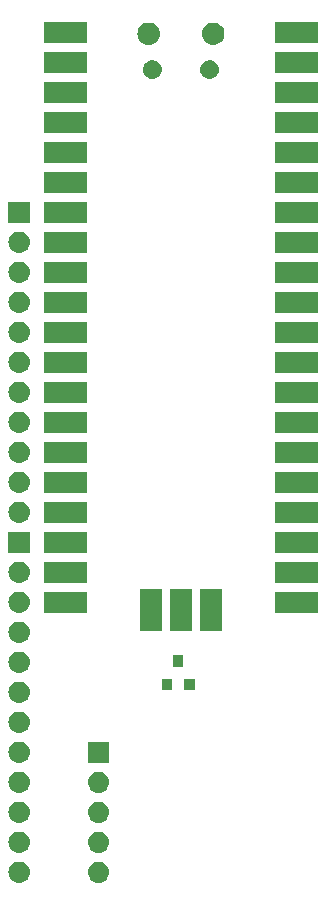
<source format=gbr>
G04 #@! TF.GenerationSoftware,KiCad,Pcbnew,(5.1.4-0-10_14)*
G04 #@! TF.CreationDate,2021-03-06T18:41:09+00:00*
G04 #@! TF.ProjectId,DriverBoard,44726976-6572-4426-9f61-72642e6b6963,rev?*
G04 #@! TF.SameCoordinates,Original*
G04 #@! TF.FileFunction,Soldermask,Top*
G04 #@! TF.FilePolarity,Negative*
%FSLAX46Y46*%
G04 Gerber Fmt 4.6, Leading zero omitted, Abs format (unit mm)*
G04 Created by KiCad (PCBNEW (5.1.4-0-10_14)) date 2021-03-06 18:41:09*
%MOMM*%
%LPD*%
G04 APERTURE LIST*
%ADD10C,0.100000*%
G04 APERTURE END LIST*
D10*
G36*
X59419442Y-94355518D02*
G01*
X59485627Y-94362037D01*
X59655466Y-94413557D01*
X59811991Y-94497222D01*
X59847729Y-94526552D01*
X59949186Y-94609814D01*
X60032448Y-94711271D01*
X60061778Y-94747009D01*
X60145443Y-94903534D01*
X60196963Y-95073373D01*
X60214359Y-95250000D01*
X60196963Y-95426627D01*
X60145443Y-95596466D01*
X60061778Y-95752991D01*
X60032448Y-95788729D01*
X59949186Y-95890186D01*
X59847729Y-95973448D01*
X59811991Y-96002778D01*
X59655466Y-96086443D01*
X59485627Y-96137963D01*
X59419442Y-96144482D01*
X59353260Y-96151000D01*
X59264740Y-96151000D01*
X59198558Y-96144482D01*
X59132373Y-96137963D01*
X58962534Y-96086443D01*
X58806009Y-96002778D01*
X58770271Y-95973448D01*
X58668814Y-95890186D01*
X58585552Y-95788729D01*
X58556222Y-95752991D01*
X58472557Y-95596466D01*
X58421037Y-95426627D01*
X58403641Y-95250000D01*
X58421037Y-95073373D01*
X58472557Y-94903534D01*
X58556222Y-94747009D01*
X58585552Y-94711271D01*
X58668814Y-94609814D01*
X58770271Y-94526552D01*
X58806009Y-94497222D01*
X58962534Y-94413557D01*
X59132373Y-94362037D01*
X59198558Y-94355518D01*
X59264740Y-94349000D01*
X59353260Y-94349000D01*
X59419442Y-94355518D01*
X59419442Y-94355518D01*
G37*
G36*
X52688442Y-94355518D02*
G01*
X52754627Y-94362037D01*
X52924466Y-94413557D01*
X53080991Y-94497222D01*
X53116729Y-94526552D01*
X53218186Y-94609814D01*
X53301448Y-94711271D01*
X53330778Y-94747009D01*
X53414443Y-94903534D01*
X53465963Y-95073373D01*
X53483359Y-95250000D01*
X53465963Y-95426627D01*
X53414443Y-95596466D01*
X53330778Y-95752991D01*
X53301448Y-95788729D01*
X53218186Y-95890186D01*
X53116729Y-95973448D01*
X53080991Y-96002778D01*
X52924466Y-96086443D01*
X52754627Y-96137963D01*
X52688442Y-96144482D01*
X52622260Y-96151000D01*
X52533740Y-96151000D01*
X52467558Y-96144482D01*
X52401373Y-96137963D01*
X52231534Y-96086443D01*
X52075009Y-96002778D01*
X52039271Y-95973448D01*
X51937814Y-95890186D01*
X51854552Y-95788729D01*
X51825222Y-95752991D01*
X51741557Y-95596466D01*
X51690037Y-95426627D01*
X51672641Y-95250000D01*
X51690037Y-95073373D01*
X51741557Y-94903534D01*
X51825222Y-94747009D01*
X51854552Y-94711271D01*
X51937814Y-94609814D01*
X52039271Y-94526552D01*
X52075009Y-94497222D01*
X52231534Y-94413557D01*
X52401373Y-94362037D01*
X52467558Y-94355518D01*
X52533740Y-94349000D01*
X52622260Y-94349000D01*
X52688442Y-94355518D01*
X52688442Y-94355518D01*
G37*
G36*
X59419442Y-91815518D02*
G01*
X59485627Y-91822037D01*
X59655466Y-91873557D01*
X59811991Y-91957222D01*
X59847729Y-91986552D01*
X59949186Y-92069814D01*
X60032448Y-92171271D01*
X60061778Y-92207009D01*
X60145443Y-92363534D01*
X60196963Y-92533373D01*
X60214359Y-92710000D01*
X60196963Y-92886627D01*
X60145443Y-93056466D01*
X60061778Y-93212991D01*
X60032448Y-93248729D01*
X59949186Y-93350186D01*
X59847729Y-93433448D01*
X59811991Y-93462778D01*
X59655466Y-93546443D01*
X59485627Y-93597963D01*
X59419443Y-93604481D01*
X59353260Y-93611000D01*
X59264740Y-93611000D01*
X59198557Y-93604481D01*
X59132373Y-93597963D01*
X58962534Y-93546443D01*
X58806009Y-93462778D01*
X58770271Y-93433448D01*
X58668814Y-93350186D01*
X58585552Y-93248729D01*
X58556222Y-93212991D01*
X58472557Y-93056466D01*
X58421037Y-92886627D01*
X58403641Y-92710000D01*
X58421037Y-92533373D01*
X58472557Y-92363534D01*
X58556222Y-92207009D01*
X58585552Y-92171271D01*
X58668814Y-92069814D01*
X58770271Y-91986552D01*
X58806009Y-91957222D01*
X58962534Y-91873557D01*
X59132373Y-91822037D01*
X59198558Y-91815518D01*
X59264740Y-91809000D01*
X59353260Y-91809000D01*
X59419442Y-91815518D01*
X59419442Y-91815518D01*
G37*
G36*
X52688442Y-91815518D02*
G01*
X52754627Y-91822037D01*
X52924466Y-91873557D01*
X53080991Y-91957222D01*
X53116729Y-91986552D01*
X53218186Y-92069814D01*
X53301448Y-92171271D01*
X53330778Y-92207009D01*
X53414443Y-92363534D01*
X53465963Y-92533373D01*
X53483359Y-92710000D01*
X53465963Y-92886627D01*
X53414443Y-93056466D01*
X53330778Y-93212991D01*
X53301448Y-93248729D01*
X53218186Y-93350186D01*
X53116729Y-93433448D01*
X53080991Y-93462778D01*
X52924466Y-93546443D01*
X52754627Y-93597963D01*
X52688443Y-93604481D01*
X52622260Y-93611000D01*
X52533740Y-93611000D01*
X52467557Y-93604481D01*
X52401373Y-93597963D01*
X52231534Y-93546443D01*
X52075009Y-93462778D01*
X52039271Y-93433448D01*
X51937814Y-93350186D01*
X51854552Y-93248729D01*
X51825222Y-93212991D01*
X51741557Y-93056466D01*
X51690037Y-92886627D01*
X51672641Y-92710000D01*
X51690037Y-92533373D01*
X51741557Y-92363534D01*
X51825222Y-92207009D01*
X51854552Y-92171271D01*
X51937814Y-92069814D01*
X52039271Y-91986552D01*
X52075009Y-91957222D01*
X52231534Y-91873557D01*
X52401373Y-91822037D01*
X52467558Y-91815518D01*
X52533740Y-91809000D01*
X52622260Y-91809000D01*
X52688442Y-91815518D01*
X52688442Y-91815518D01*
G37*
G36*
X59419443Y-89275519D02*
G01*
X59485627Y-89282037D01*
X59655466Y-89333557D01*
X59811991Y-89417222D01*
X59847729Y-89446552D01*
X59949186Y-89529814D01*
X60032448Y-89631271D01*
X60061778Y-89667009D01*
X60145443Y-89823534D01*
X60196963Y-89993373D01*
X60214359Y-90170000D01*
X60196963Y-90346627D01*
X60145443Y-90516466D01*
X60061778Y-90672991D01*
X60032448Y-90708729D01*
X59949186Y-90810186D01*
X59847729Y-90893448D01*
X59811991Y-90922778D01*
X59655466Y-91006443D01*
X59485627Y-91057963D01*
X59419442Y-91064482D01*
X59353260Y-91071000D01*
X59264740Y-91071000D01*
X59198558Y-91064482D01*
X59132373Y-91057963D01*
X58962534Y-91006443D01*
X58806009Y-90922778D01*
X58770271Y-90893448D01*
X58668814Y-90810186D01*
X58585552Y-90708729D01*
X58556222Y-90672991D01*
X58472557Y-90516466D01*
X58421037Y-90346627D01*
X58403641Y-90170000D01*
X58421037Y-89993373D01*
X58472557Y-89823534D01*
X58556222Y-89667009D01*
X58585552Y-89631271D01*
X58668814Y-89529814D01*
X58770271Y-89446552D01*
X58806009Y-89417222D01*
X58962534Y-89333557D01*
X59132373Y-89282037D01*
X59198557Y-89275519D01*
X59264740Y-89269000D01*
X59353260Y-89269000D01*
X59419443Y-89275519D01*
X59419443Y-89275519D01*
G37*
G36*
X52688443Y-89275519D02*
G01*
X52754627Y-89282037D01*
X52924466Y-89333557D01*
X53080991Y-89417222D01*
X53116729Y-89446552D01*
X53218186Y-89529814D01*
X53301448Y-89631271D01*
X53330778Y-89667009D01*
X53414443Y-89823534D01*
X53465963Y-89993373D01*
X53483359Y-90170000D01*
X53465963Y-90346627D01*
X53414443Y-90516466D01*
X53330778Y-90672991D01*
X53301448Y-90708729D01*
X53218186Y-90810186D01*
X53116729Y-90893448D01*
X53080991Y-90922778D01*
X52924466Y-91006443D01*
X52754627Y-91057963D01*
X52688442Y-91064482D01*
X52622260Y-91071000D01*
X52533740Y-91071000D01*
X52467558Y-91064482D01*
X52401373Y-91057963D01*
X52231534Y-91006443D01*
X52075009Y-90922778D01*
X52039271Y-90893448D01*
X51937814Y-90810186D01*
X51854552Y-90708729D01*
X51825222Y-90672991D01*
X51741557Y-90516466D01*
X51690037Y-90346627D01*
X51672641Y-90170000D01*
X51690037Y-89993373D01*
X51741557Y-89823534D01*
X51825222Y-89667009D01*
X51854552Y-89631271D01*
X51937814Y-89529814D01*
X52039271Y-89446552D01*
X52075009Y-89417222D01*
X52231534Y-89333557D01*
X52401373Y-89282037D01*
X52467557Y-89275519D01*
X52533740Y-89269000D01*
X52622260Y-89269000D01*
X52688443Y-89275519D01*
X52688443Y-89275519D01*
G37*
G36*
X59419442Y-86735518D02*
G01*
X59485627Y-86742037D01*
X59655466Y-86793557D01*
X59811991Y-86877222D01*
X59847729Y-86906552D01*
X59949186Y-86989814D01*
X60032448Y-87091271D01*
X60061778Y-87127009D01*
X60145443Y-87283534D01*
X60196963Y-87453373D01*
X60214359Y-87630000D01*
X60196963Y-87806627D01*
X60145443Y-87976466D01*
X60061778Y-88132991D01*
X60032448Y-88168729D01*
X59949186Y-88270186D01*
X59847729Y-88353448D01*
X59811991Y-88382778D01*
X59655466Y-88466443D01*
X59485627Y-88517963D01*
X59419442Y-88524482D01*
X59353260Y-88531000D01*
X59264740Y-88531000D01*
X59198558Y-88524482D01*
X59132373Y-88517963D01*
X58962534Y-88466443D01*
X58806009Y-88382778D01*
X58770271Y-88353448D01*
X58668814Y-88270186D01*
X58585552Y-88168729D01*
X58556222Y-88132991D01*
X58472557Y-87976466D01*
X58421037Y-87806627D01*
X58403641Y-87630000D01*
X58421037Y-87453373D01*
X58472557Y-87283534D01*
X58556222Y-87127009D01*
X58585552Y-87091271D01*
X58668814Y-86989814D01*
X58770271Y-86906552D01*
X58806009Y-86877222D01*
X58962534Y-86793557D01*
X59132373Y-86742037D01*
X59198558Y-86735518D01*
X59264740Y-86729000D01*
X59353260Y-86729000D01*
X59419442Y-86735518D01*
X59419442Y-86735518D01*
G37*
G36*
X52688442Y-86735518D02*
G01*
X52754627Y-86742037D01*
X52924466Y-86793557D01*
X53080991Y-86877222D01*
X53116729Y-86906552D01*
X53218186Y-86989814D01*
X53301448Y-87091271D01*
X53330778Y-87127009D01*
X53414443Y-87283534D01*
X53465963Y-87453373D01*
X53483359Y-87630000D01*
X53465963Y-87806627D01*
X53414443Y-87976466D01*
X53330778Y-88132991D01*
X53301448Y-88168729D01*
X53218186Y-88270186D01*
X53116729Y-88353448D01*
X53080991Y-88382778D01*
X52924466Y-88466443D01*
X52754627Y-88517963D01*
X52688442Y-88524482D01*
X52622260Y-88531000D01*
X52533740Y-88531000D01*
X52467558Y-88524482D01*
X52401373Y-88517963D01*
X52231534Y-88466443D01*
X52075009Y-88382778D01*
X52039271Y-88353448D01*
X51937814Y-88270186D01*
X51854552Y-88168729D01*
X51825222Y-88132991D01*
X51741557Y-87976466D01*
X51690037Y-87806627D01*
X51672641Y-87630000D01*
X51690037Y-87453373D01*
X51741557Y-87283534D01*
X51825222Y-87127009D01*
X51854552Y-87091271D01*
X51937814Y-86989814D01*
X52039271Y-86906552D01*
X52075009Y-86877222D01*
X52231534Y-86793557D01*
X52401373Y-86742037D01*
X52467558Y-86735518D01*
X52533740Y-86729000D01*
X52622260Y-86729000D01*
X52688442Y-86735518D01*
X52688442Y-86735518D01*
G37*
G36*
X60210000Y-85991000D02*
G01*
X58408000Y-85991000D01*
X58408000Y-84189000D01*
X60210000Y-84189000D01*
X60210000Y-85991000D01*
X60210000Y-85991000D01*
G37*
G36*
X52688442Y-84195518D02*
G01*
X52754627Y-84202037D01*
X52924466Y-84253557D01*
X53080991Y-84337222D01*
X53116729Y-84366552D01*
X53218186Y-84449814D01*
X53301448Y-84551271D01*
X53330778Y-84587009D01*
X53414443Y-84743534D01*
X53465963Y-84913373D01*
X53483359Y-85090000D01*
X53465963Y-85266627D01*
X53414443Y-85436466D01*
X53330778Y-85592991D01*
X53301448Y-85628729D01*
X53218186Y-85730186D01*
X53116729Y-85813448D01*
X53080991Y-85842778D01*
X52924466Y-85926443D01*
X52754627Y-85977963D01*
X52688442Y-85984482D01*
X52622260Y-85991000D01*
X52533740Y-85991000D01*
X52467558Y-85984482D01*
X52401373Y-85977963D01*
X52231534Y-85926443D01*
X52075009Y-85842778D01*
X52039271Y-85813448D01*
X51937814Y-85730186D01*
X51854552Y-85628729D01*
X51825222Y-85592991D01*
X51741557Y-85436466D01*
X51690037Y-85266627D01*
X51672641Y-85090000D01*
X51690037Y-84913373D01*
X51741557Y-84743534D01*
X51825222Y-84587009D01*
X51854552Y-84551271D01*
X51937814Y-84449814D01*
X52039271Y-84366552D01*
X52075009Y-84337222D01*
X52231534Y-84253557D01*
X52401373Y-84202037D01*
X52467558Y-84195518D01*
X52533740Y-84189000D01*
X52622260Y-84189000D01*
X52688442Y-84195518D01*
X52688442Y-84195518D01*
G37*
G36*
X52688443Y-81655519D02*
G01*
X52754627Y-81662037D01*
X52924466Y-81713557D01*
X53080991Y-81797222D01*
X53116729Y-81826552D01*
X53218186Y-81909814D01*
X53301448Y-82011271D01*
X53330778Y-82047009D01*
X53414443Y-82203534D01*
X53465963Y-82373373D01*
X53483359Y-82550000D01*
X53465963Y-82726627D01*
X53414443Y-82896466D01*
X53330778Y-83052991D01*
X53301448Y-83088729D01*
X53218186Y-83190186D01*
X53116729Y-83273448D01*
X53080991Y-83302778D01*
X52924466Y-83386443D01*
X52754627Y-83437963D01*
X52688443Y-83444481D01*
X52622260Y-83451000D01*
X52533740Y-83451000D01*
X52467557Y-83444481D01*
X52401373Y-83437963D01*
X52231534Y-83386443D01*
X52075009Y-83302778D01*
X52039271Y-83273448D01*
X51937814Y-83190186D01*
X51854552Y-83088729D01*
X51825222Y-83052991D01*
X51741557Y-82896466D01*
X51690037Y-82726627D01*
X51672641Y-82550000D01*
X51690037Y-82373373D01*
X51741557Y-82203534D01*
X51825222Y-82047009D01*
X51854552Y-82011271D01*
X51937814Y-81909814D01*
X52039271Y-81826552D01*
X52075009Y-81797222D01*
X52231534Y-81713557D01*
X52401373Y-81662037D01*
X52467557Y-81655519D01*
X52533740Y-81649000D01*
X52622260Y-81649000D01*
X52688443Y-81655519D01*
X52688443Y-81655519D01*
G37*
G36*
X52688443Y-79115519D02*
G01*
X52754627Y-79122037D01*
X52924466Y-79173557D01*
X53080991Y-79257222D01*
X53116729Y-79286552D01*
X53218186Y-79369814D01*
X53301448Y-79471271D01*
X53330778Y-79507009D01*
X53414443Y-79663534D01*
X53465963Y-79833373D01*
X53483359Y-80010000D01*
X53465963Y-80186627D01*
X53414443Y-80356466D01*
X53330778Y-80512991D01*
X53301448Y-80548729D01*
X53218186Y-80650186D01*
X53116729Y-80733448D01*
X53080991Y-80762778D01*
X52924466Y-80846443D01*
X52754627Y-80897963D01*
X52688442Y-80904482D01*
X52622260Y-80911000D01*
X52533740Y-80911000D01*
X52467558Y-80904482D01*
X52401373Y-80897963D01*
X52231534Y-80846443D01*
X52075009Y-80762778D01*
X52039271Y-80733448D01*
X51937814Y-80650186D01*
X51854552Y-80548729D01*
X51825222Y-80512991D01*
X51741557Y-80356466D01*
X51690037Y-80186627D01*
X51672641Y-80010000D01*
X51690037Y-79833373D01*
X51741557Y-79663534D01*
X51825222Y-79507009D01*
X51854552Y-79471271D01*
X51937814Y-79369814D01*
X52039271Y-79286552D01*
X52075009Y-79257222D01*
X52231534Y-79173557D01*
X52401373Y-79122037D01*
X52467557Y-79115519D01*
X52533740Y-79109000D01*
X52622260Y-79109000D01*
X52688443Y-79115519D01*
X52688443Y-79115519D01*
G37*
G36*
X65541000Y-79860000D02*
G01*
X64639000Y-79860000D01*
X64639000Y-78858000D01*
X65541000Y-78858000D01*
X65541000Y-79860000D01*
X65541000Y-79860000D01*
G37*
G36*
X67441000Y-79860000D02*
G01*
X66539000Y-79860000D01*
X66539000Y-78858000D01*
X67441000Y-78858000D01*
X67441000Y-79860000D01*
X67441000Y-79860000D01*
G37*
G36*
X52688443Y-76575519D02*
G01*
X52754627Y-76582037D01*
X52924466Y-76633557D01*
X53080991Y-76717222D01*
X53116729Y-76746552D01*
X53218186Y-76829814D01*
X53301448Y-76931271D01*
X53330778Y-76967009D01*
X53414443Y-77123534D01*
X53465963Y-77293373D01*
X53483359Y-77470000D01*
X53465963Y-77646627D01*
X53414443Y-77816466D01*
X53330778Y-77972991D01*
X53301448Y-78008729D01*
X53218186Y-78110186D01*
X53116729Y-78193448D01*
X53080991Y-78222778D01*
X52924466Y-78306443D01*
X52754627Y-78357963D01*
X52688443Y-78364481D01*
X52622260Y-78371000D01*
X52533740Y-78371000D01*
X52467557Y-78364481D01*
X52401373Y-78357963D01*
X52231534Y-78306443D01*
X52075009Y-78222778D01*
X52039271Y-78193448D01*
X51937814Y-78110186D01*
X51854552Y-78008729D01*
X51825222Y-77972991D01*
X51741557Y-77816466D01*
X51690037Y-77646627D01*
X51672641Y-77470000D01*
X51690037Y-77293373D01*
X51741557Y-77123534D01*
X51825222Y-76967009D01*
X51854552Y-76931271D01*
X51937814Y-76829814D01*
X52039271Y-76746552D01*
X52075009Y-76717222D01*
X52231534Y-76633557D01*
X52401373Y-76582037D01*
X52467557Y-76575519D01*
X52533740Y-76569000D01*
X52622260Y-76569000D01*
X52688443Y-76575519D01*
X52688443Y-76575519D01*
G37*
G36*
X66491000Y-77860000D02*
G01*
X65589000Y-77860000D01*
X65589000Y-76858000D01*
X66491000Y-76858000D01*
X66491000Y-77860000D01*
X66491000Y-77860000D01*
G37*
G36*
X52688442Y-74035518D02*
G01*
X52754627Y-74042037D01*
X52924466Y-74093557D01*
X53080991Y-74177222D01*
X53116729Y-74206552D01*
X53218186Y-74289814D01*
X53301448Y-74391271D01*
X53330778Y-74427009D01*
X53414443Y-74583534D01*
X53465963Y-74753373D01*
X53483359Y-74930000D01*
X53465963Y-75106627D01*
X53414443Y-75276466D01*
X53330778Y-75432991D01*
X53301448Y-75468729D01*
X53218186Y-75570186D01*
X53116729Y-75653448D01*
X53080991Y-75682778D01*
X52924466Y-75766443D01*
X52754627Y-75817963D01*
X52688442Y-75824482D01*
X52622260Y-75831000D01*
X52533740Y-75831000D01*
X52467558Y-75824482D01*
X52401373Y-75817963D01*
X52231534Y-75766443D01*
X52075009Y-75682778D01*
X52039271Y-75653448D01*
X51937814Y-75570186D01*
X51854552Y-75468729D01*
X51825222Y-75432991D01*
X51741557Y-75276466D01*
X51690037Y-75106627D01*
X51672641Y-74930000D01*
X51690037Y-74753373D01*
X51741557Y-74583534D01*
X51825222Y-74427009D01*
X51854552Y-74391271D01*
X51937814Y-74289814D01*
X52039271Y-74206552D01*
X52075009Y-74177222D01*
X52231534Y-74093557D01*
X52401373Y-74042037D01*
X52467558Y-74035518D01*
X52533740Y-74029000D01*
X52622260Y-74029000D01*
X52688442Y-74035518D01*
X52688442Y-74035518D01*
G37*
G36*
X69724840Y-72109600D02*
G01*
X69725442Y-72121852D01*
X69729199Y-72160000D01*
X69725442Y-72198148D01*
X69724840Y-72210400D01*
X69724840Y-74861000D01*
X67922840Y-74861000D01*
X67922840Y-72210400D01*
X67922238Y-72198148D01*
X67918481Y-72160000D01*
X67922238Y-72121852D01*
X67922840Y-72109600D01*
X67922840Y-71259000D01*
X69724840Y-71259000D01*
X69724840Y-72109600D01*
X69724840Y-72109600D01*
G37*
G36*
X64644840Y-72109600D02*
G01*
X64645442Y-72121852D01*
X64649199Y-72160000D01*
X64645442Y-72198148D01*
X64644840Y-72210400D01*
X64644840Y-74861000D01*
X62842840Y-74861000D01*
X62842840Y-72210400D01*
X62842238Y-72198148D01*
X62838481Y-72160000D01*
X62842238Y-72121852D01*
X62842840Y-72109600D01*
X62842840Y-71259000D01*
X64644840Y-71259000D01*
X64644840Y-72109600D01*
X64644840Y-72109600D01*
G37*
G36*
X67184840Y-74861000D02*
G01*
X65382840Y-74861000D01*
X65382840Y-71259000D01*
X67184840Y-71259000D01*
X67184840Y-74861000D01*
X67184840Y-74861000D01*
G37*
G36*
X52688443Y-71495519D02*
G01*
X52754627Y-71502037D01*
X52924466Y-71553557D01*
X53080991Y-71637222D01*
X53105101Y-71657009D01*
X53218186Y-71749814D01*
X53301448Y-71851271D01*
X53330778Y-71887009D01*
X53414443Y-72043534D01*
X53465963Y-72213373D01*
X53483359Y-72390000D01*
X53465963Y-72566627D01*
X53414443Y-72736466D01*
X53330778Y-72892991D01*
X53314539Y-72912778D01*
X53218186Y-73030186D01*
X53116729Y-73113448D01*
X53080991Y-73142778D01*
X52924466Y-73226443D01*
X52754627Y-73277963D01*
X52688443Y-73284481D01*
X52622260Y-73291000D01*
X52533740Y-73291000D01*
X52467557Y-73284481D01*
X52401373Y-73277963D01*
X52231534Y-73226443D01*
X52075009Y-73142778D01*
X52039271Y-73113448D01*
X51937814Y-73030186D01*
X51841461Y-72912778D01*
X51825222Y-72892991D01*
X51741557Y-72736466D01*
X51690037Y-72566627D01*
X51672641Y-72390000D01*
X51690037Y-72213373D01*
X51741557Y-72043534D01*
X51825222Y-71887009D01*
X51854552Y-71851271D01*
X51937814Y-71749814D01*
X52050899Y-71657009D01*
X52075009Y-71637222D01*
X52231534Y-71553557D01*
X52401373Y-71502037D01*
X52467557Y-71495519D01*
X52533740Y-71489000D01*
X52622260Y-71489000D01*
X52688443Y-71495519D01*
X52688443Y-71495519D01*
G37*
G36*
X58294840Y-72339600D02*
G01*
X58295442Y-72351852D01*
X58299199Y-72390000D01*
X58295442Y-72428148D01*
X58294840Y-72440400D01*
X58294840Y-73291000D01*
X54692840Y-73291000D01*
X54692840Y-71489000D01*
X58294840Y-71489000D01*
X58294840Y-72339600D01*
X58294840Y-72339600D01*
G37*
G36*
X77874840Y-73291000D02*
G01*
X74272840Y-73291000D01*
X74272840Y-72440400D01*
X74272238Y-72428148D01*
X74268481Y-72390000D01*
X74272238Y-72351852D01*
X74272840Y-72339600D01*
X74272840Y-71489000D01*
X77874840Y-71489000D01*
X77874840Y-73291000D01*
X77874840Y-73291000D01*
G37*
G36*
X77874840Y-70751000D02*
G01*
X74272840Y-70751000D01*
X74272840Y-69900400D01*
X74272238Y-69888148D01*
X74268481Y-69850000D01*
X74272238Y-69811852D01*
X74272840Y-69799600D01*
X74272840Y-68949000D01*
X77874840Y-68949000D01*
X77874840Y-70751000D01*
X77874840Y-70751000D01*
G37*
G36*
X58294840Y-69799600D02*
G01*
X58295442Y-69811852D01*
X58299199Y-69850000D01*
X58295442Y-69888148D01*
X58294840Y-69900400D01*
X58294840Y-70751000D01*
X54692840Y-70751000D01*
X54692840Y-68949000D01*
X58294840Y-68949000D01*
X58294840Y-69799600D01*
X58294840Y-69799600D01*
G37*
G36*
X52688443Y-68955519D02*
G01*
X52754627Y-68962037D01*
X52924466Y-69013557D01*
X53080991Y-69097222D01*
X53116729Y-69126552D01*
X53218186Y-69209814D01*
X53301448Y-69311271D01*
X53330778Y-69347009D01*
X53414443Y-69503534D01*
X53465963Y-69673373D01*
X53483359Y-69850000D01*
X53465963Y-70026627D01*
X53414443Y-70196466D01*
X53330778Y-70352991D01*
X53301448Y-70388729D01*
X53218186Y-70490186D01*
X53116729Y-70573448D01*
X53080991Y-70602778D01*
X52924466Y-70686443D01*
X52754627Y-70737963D01*
X52688443Y-70744481D01*
X52622260Y-70751000D01*
X52533740Y-70751000D01*
X52467557Y-70744481D01*
X52401373Y-70737963D01*
X52231534Y-70686443D01*
X52075009Y-70602778D01*
X52039271Y-70573448D01*
X51937814Y-70490186D01*
X51854552Y-70388729D01*
X51825222Y-70352991D01*
X51741557Y-70196466D01*
X51690037Y-70026627D01*
X51672641Y-69850000D01*
X51690037Y-69673373D01*
X51741557Y-69503534D01*
X51825222Y-69347009D01*
X51854552Y-69311271D01*
X51937814Y-69209814D01*
X52039271Y-69126552D01*
X52075009Y-69097222D01*
X52231534Y-69013557D01*
X52401373Y-68962037D01*
X52467557Y-68955519D01*
X52533740Y-68949000D01*
X52622260Y-68949000D01*
X52688443Y-68955519D01*
X52688443Y-68955519D01*
G37*
G36*
X77874840Y-68211000D02*
G01*
X74272840Y-68211000D01*
X74272840Y-66409000D01*
X77874840Y-66409000D01*
X77874840Y-68211000D01*
X77874840Y-68211000D01*
G37*
G36*
X58294840Y-68211000D02*
G01*
X54692840Y-68211000D01*
X54692840Y-66409000D01*
X58294840Y-66409000D01*
X58294840Y-68211000D01*
X58294840Y-68211000D01*
G37*
G36*
X53479000Y-68211000D02*
G01*
X51677000Y-68211000D01*
X51677000Y-66409000D01*
X53479000Y-66409000D01*
X53479000Y-68211000D01*
X53479000Y-68211000D01*
G37*
G36*
X77874840Y-65671000D02*
G01*
X74272840Y-65671000D01*
X74272840Y-64820400D01*
X74272238Y-64808148D01*
X74268481Y-64770000D01*
X74272238Y-64731852D01*
X74272840Y-64719600D01*
X74272840Y-63869000D01*
X77874840Y-63869000D01*
X77874840Y-65671000D01*
X77874840Y-65671000D01*
G37*
G36*
X58294840Y-64719600D02*
G01*
X58295442Y-64731852D01*
X58299199Y-64770000D01*
X58295442Y-64808148D01*
X58294840Y-64820400D01*
X58294840Y-65671000D01*
X54692840Y-65671000D01*
X54692840Y-63869000D01*
X58294840Y-63869000D01*
X58294840Y-64719600D01*
X58294840Y-64719600D01*
G37*
G36*
X52688442Y-63875518D02*
G01*
X52754627Y-63882037D01*
X52924466Y-63933557D01*
X53080991Y-64017222D01*
X53116729Y-64046552D01*
X53218186Y-64129814D01*
X53301448Y-64231271D01*
X53330778Y-64267009D01*
X53414443Y-64423534D01*
X53465963Y-64593373D01*
X53483359Y-64770000D01*
X53465963Y-64946627D01*
X53414443Y-65116466D01*
X53330778Y-65272991D01*
X53301448Y-65308729D01*
X53218186Y-65410186D01*
X53116729Y-65493448D01*
X53080991Y-65522778D01*
X52924466Y-65606443D01*
X52754627Y-65657963D01*
X52688442Y-65664482D01*
X52622260Y-65671000D01*
X52533740Y-65671000D01*
X52467558Y-65664482D01*
X52401373Y-65657963D01*
X52231534Y-65606443D01*
X52075009Y-65522778D01*
X52039271Y-65493448D01*
X51937814Y-65410186D01*
X51854552Y-65308729D01*
X51825222Y-65272991D01*
X51741557Y-65116466D01*
X51690037Y-64946627D01*
X51672641Y-64770000D01*
X51690037Y-64593373D01*
X51741557Y-64423534D01*
X51825222Y-64267009D01*
X51854552Y-64231271D01*
X51937814Y-64129814D01*
X52039271Y-64046552D01*
X52075009Y-64017222D01*
X52231534Y-63933557D01*
X52401373Y-63882037D01*
X52467558Y-63875518D01*
X52533740Y-63869000D01*
X52622260Y-63869000D01*
X52688442Y-63875518D01*
X52688442Y-63875518D01*
G37*
G36*
X58294840Y-62179600D02*
G01*
X58295442Y-62191852D01*
X58299199Y-62230000D01*
X58295442Y-62268148D01*
X58294840Y-62280400D01*
X58294840Y-63131000D01*
X54692840Y-63131000D01*
X54692840Y-61329000D01*
X58294840Y-61329000D01*
X58294840Y-62179600D01*
X58294840Y-62179600D01*
G37*
G36*
X77874840Y-63131000D02*
G01*
X74272840Y-63131000D01*
X74272840Y-62280400D01*
X74272238Y-62268148D01*
X74268481Y-62230000D01*
X74272238Y-62191852D01*
X74272840Y-62179600D01*
X74272840Y-61329000D01*
X77874840Y-61329000D01*
X77874840Y-63131000D01*
X77874840Y-63131000D01*
G37*
G36*
X52688443Y-61335519D02*
G01*
X52754627Y-61342037D01*
X52924466Y-61393557D01*
X53080991Y-61477222D01*
X53116729Y-61506552D01*
X53218186Y-61589814D01*
X53301448Y-61691271D01*
X53330778Y-61727009D01*
X53414443Y-61883534D01*
X53465963Y-62053373D01*
X53483359Y-62230000D01*
X53465963Y-62406627D01*
X53414443Y-62576466D01*
X53330778Y-62732991D01*
X53301448Y-62768729D01*
X53218186Y-62870186D01*
X53116729Y-62953448D01*
X53080991Y-62982778D01*
X52924466Y-63066443D01*
X52754627Y-63117963D01*
X52688443Y-63124481D01*
X52622260Y-63131000D01*
X52533740Y-63131000D01*
X52467557Y-63124481D01*
X52401373Y-63117963D01*
X52231534Y-63066443D01*
X52075009Y-62982778D01*
X52039271Y-62953448D01*
X51937814Y-62870186D01*
X51854552Y-62768729D01*
X51825222Y-62732991D01*
X51741557Y-62576466D01*
X51690037Y-62406627D01*
X51672641Y-62230000D01*
X51690037Y-62053373D01*
X51741557Y-61883534D01*
X51825222Y-61727009D01*
X51854552Y-61691271D01*
X51937814Y-61589814D01*
X52039271Y-61506552D01*
X52075009Y-61477222D01*
X52231534Y-61393557D01*
X52401373Y-61342037D01*
X52467557Y-61335519D01*
X52533740Y-61329000D01*
X52622260Y-61329000D01*
X52688443Y-61335519D01*
X52688443Y-61335519D01*
G37*
G36*
X77874840Y-60591000D02*
G01*
X74272840Y-60591000D01*
X74272840Y-59740400D01*
X74272238Y-59728148D01*
X74268481Y-59690000D01*
X74272238Y-59651852D01*
X74272840Y-59639600D01*
X74272840Y-58789000D01*
X77874840Y-58789000D01*
X77874840Y-60591000D01*
X77874840Y-60591000D01*
G37*
G36*
X58294840Y-59639600D02*
G01*
X58295442Y-59651852D01*
X58299199Y-59690000D01*
X58295442Y-59728148D01*
X58294840Y-59740400D01*
X58294840Y-60591000D01*
X54692840Y-60591000D01*
X54692840Y-58789000D01*
X58294840Y-58789000D01*
X58294840Y-59639600D01*
X58294840Y-59639600D01*
G37*
G36*
X52688442Y-58795518D02*
G01*
X52754627Y-58802037D01*
X52924466Y-58853557D01*
X53080991Y-58937222D01*
X53116729Y-58966552D01*
X53218186Y-59049814D01*
X53301448Y-59151271D01*
X53330778Y-59187009D01*
X53414443Y-59343534D01*
X53465963Y-59513373D01*
X53483359Y-59690000D01*
X53465963Y-59866627D01*
X53414443Y-60036466D01*
X53330778Y-60192991D01*
X53301448Y-60228729D01*
X53218186Y-60330186D01*
X53116729Y-60413448D01*
X53080991Y-60442778D01*
X52924466Y-60526443D01*
X52754627Y-60577963D01*
X52688443Y-60584481D01*
X52622260Y-60591000D01*
X52533740Y-60591000D01*
X52467557Y-60584481D01*
X52401373Y-60577963D01*
X52231534Y-60526443D01*
X52075009Y-60442778D01*
X52039271Y-60413448D01*
X51937814Y-60330186D01*
X51854552Y-60228729D01*
X51825222Y-60192991D01*
X51741557Y-60036466D01*
X51690037Y-59866627D01*
X51672641Y-59690000D01*
X51690037Y-59513373D01*
X51741557Y-59343534D01*
X51825222Y-59187009D01*
X51854552Y-59151271D01*
X51937814Y-59049814D01*
X52039271Y-58966552D01*
X52075009Y-58937222D01*
X52231534Y-58853557D01*
X52401373Y-58802037D01*
X52467558Y-58795518D01*
X52533740Y-58789000D01*
X52622260Y-58789000D01*
X52688442Y-58795518D01*
X52688442Y-58795518D01*
G37*
G36*
X58294840Y-57099600D02*
G01*
X58295442Y-57111852D01*
X58299199Y-57150000D01*
X58295442Y-57188148D01*
X58294840Y-57200400D01*
X58294840Y-58051000D01*
X54692840Y-58051000D01*
X54692840Y-56249000D01*
X58294840Y-56249000D01*
X58294840Y-57099600D01*
X58294840Y-57099600D01*
G37*
G36*
X77874840Y-58051000D02*
G01*
X74272840Y-58051000D01*
X74272840Y-57200400D01*
X74272238Y-57188148D01*
X74268481Y-57150000D01*
X74272238Y-57111852D01*
X74272840Y-57099600D01*
X74272840Y-56249000D01*
X77874840Y-56249000D01*
X77874840Y-58051000D01*
X77874840Y-58051000D01*
G37*
G36*
X52688443Y-56255519D02*
G01*
X52754627Y-56262037D01*
X52924466Y-56313557D01*
X53080991Y-56397222D01*
X53116729Y-56426552D01*
X53218186Y-56509814D01*
X53301448Y-56611271D01*
X53330778Y-56647009D01*
X53414443Y-56803534D01*
X53465963Y-56973373D01*
X53483359Y-57150000D01*
X53465963Y-57326627D01*
X53414443Y-57496466D01*
X53330778Y-57652991D01*
X53301448Y-57688729D01*
X53218186Y-57790186D01*
X53116729Y-57873448D01*
X53080991Y-57902778D01*
X52924466Y-57986443D01*
X52754627Y-58037963D01*
X52688442Y-58044482D01*
X52622260Y-58051000D01*
X52533740Y-58051000D01*
X52467558Y-58044482D01*
X52401373Y-58037963D01*
X52231534Y-57986443D01*
X52075009Y-57902778D01*
X52039271Y-57873448D01*
X51937814Y-57790186D01*
X51854552Y-57688729D01*
X51825222Y-57652991D01*
X51741557Y-57496466D01*
X51690037Y-57326627D01*
X51672641Y-57150000D01*
X51690037Y-56973373D01*
X51741557Y-56803534D01*
X51825222Y-56647009D01*
X51854552Y-56611271D01*
X51937814Y-56509814D01*
X52039271Y-56426552D01*
X52075009Y-56397222D01*
X52231534Y-56313557D01*
X52401373Y-56262037D01*
X52467557Y-56255519D01*
X52533740Y-56249000D01*
X52622260Y-56249000D01*
X52688443Y-56255519D01*
X52688443Y-56255519D01*
G37*
G36*
X52688442Y-53715518D02*
G01*
X52754627Y-53722037D01*
X52924466Y-53773557D01*
X53080991Y-53857222D01*
X53116729Y-53886552D01*
X53218186Y-53969814D01*
X53301448Y-54071271D01*
X53330778Y-54107009D01*
X53414443Y-54263534D01*
X53465963Y-54433373D01*
X53483359Y-54610000D01*
X53465963Y-54786627D01*
X53414443Y-54956466D01*
X53330778Y-55112991D01*
X53301448Y-55148729D01*
X53218186Y-55250186D01*
X53116729Y-55333448D01*
X53080991Y-55362778D01*
X52924466Y-55446443D01*
X52754627Y-55497963D01*
X52688442Y-55504482D01*
X52622260Y-55511000D01*
X52533740Y-55511000D01*
X52467558Y-55504482D01*
X52401373Y-55497963D01*
X52231534Y-55446443D01*
X52075009Y-55362778D01*
X52039271Y-55333448D01*
X51937814Y-55250186D01*
X51854552Y-55148729D01*
X51825222Y-55112991D01*
X51741557Y-54956466D01*
X51690037Y-54786627D01*
X51672641Y-54610000D01*
X51690037Y-54433373D01*
X51741557Y-54263534D01*
X51825222Y-54107009D01*
X51854552Y-54071271D01*
X51937814Y-53969814D01*
X52039271Y-53886552D01*
X52075009Y-53857222D01*
X52231534Y-53773557D01*
X52401373Y-53722037D01*
X52467558Y-53715518D01*
X52533740Y-53709000D01*
X52622260Y-53709000D01*
X52688442Y-53715518D01*
X52688442Y-53715518D01*
G37*
G36*
X58294840Y-55511000D02*
G01*
X54692840Y-55511000D01*
X54692840Y-53709000D01*
X58294840Y-53709000D01*
X58294840Y-55511000D01*
X58294840Y-55511000D01*
G37*
G36*
X77874840Y-55511000D02*
G01*
X74272840Y-55511000D01*
X74272840Y-53709000D01*
X77874840Y-53709000D01*
X77874840Y-55511000D01*
X77874840Y-55511000D01*
G37*
G36*
X58294840Y-52019600D02*
G01*
X58295442Y-52031852D01*
X58299199Y-52070000D01*
X58295442Y-52108148D01*
X58294840Y-52120400D01*
X58294840Y-52971000D01*
X54692840Y-52971000D01*
X54692840Y-51169000D01*
X58294840Y-51169000D01*
X58294840Y-52019600D01*
X58294840Y-52019600D01*
G37*
G36*
X52688443Y-51175519D02*
G01*
X52754627Y-51182037D01*
X52924466Y-51233557D01*
X53080991Y-51317222D01*
X53116729Y-51346552D01*
X53218186Y-51429814D01*
X53301448Y-51531271D01*
X53330778Y-51567009D01*
X53414443Y-51723534D01*
X53465963Y-51893373D01*
X53483359Y-52070000D01*
X53465963Y-52246627D01*
X53414443Y-52416466D01*
X53330778Y-52572991D01*
X53301448Y-52608729D01*
X53218186Y-52710186D01*
X53116729Y-52793448D01*
X53080991Y-52822778D01*
X52924466Y-52906443D01*
X52754627Y-52957963D01*
X52688442Y-52964482D01*
X52622260Y-52971000D01*
X52533740Y-52971000D01*
X52467558Y-52964482D01*
X52401373Y-52957963D01*
X52231534Y-52906443D01*
X52075009Y-52822778D01*
X52039271Y-52793448D01*
X51937814Y-52710186D01*
X51854552Y-52608729D01*
X51825222Y-52572991D01*
X51741557Y-52416466D01*
X51690037Y-52246627D01*
X51672641Y-52070000D01*
X51690037Y-51893373D01*
X51741557Y-51723534D01*
X51825222Y-51567009D01*
X51854552Y-51531271D01*
X51937814Y-51429814D01*
X52039271Y-51346552D01*
X52075009Y-51317222D01*
X52231534Y-51233557D01*
X52401373Y-51182037D01*
X52467557Y-51175519D01*
X52533740Y-51169000D01*
X52622260Y-51169000D01*
X52688443Y-51175519D01*
X52688443Y-51175519D01*
G37*
G36*
X77874840Y-52971000D02*
G01*
X74272840Y-52971000D01*
X74272840Y-52120400D01*
X74272238Y-52108148D01*
X74268481Y-52070000D01*
X74272238Y-52031852D01*
X74272840Y-52019600D01*
X74272840Y-51169000D01*
X77874840Y-51169000D01*
X77874840Y-52971000D01*
X77874840Y-52971000D01*
G37*
G36*
X52688443Y-48635519D02*
G01*
X52754627Y-48642037D01*
X52924466Y-48693557D01*
X53080991Y-48777222D01*
X53116729Y-48806552D01*
X53218186Y-48889814D01*
X53301448Y-48991271D01*
X53330778Y-49027009D01*
X53414443Y-49183534D01*
X53465963Y-49353373D01*
X53483359Y-49530000D01*
X53465963Y-49706627D01*
X53414443Y-49876466D01*
X53330778Y-50032991D01*
X53301448Y-50068729D01*
X53218186Y-50170186D01*
X53116729Y-50253448D01*
X53080991Y-50282778D01*
X52924466Y-50366443D01*
X52754627Y-50417963D01*
X52688443Y-50424481D01*
X52622260Y-50431000D01*
X52533740Y-50431000D01*
X52467558Y-50424482D01*
X52401373Y-50417963D01*
X52231534Y-50366443D01*
X52075009Y-50282778D01*
X52039271Y-50253448D01*
X51937814Y-50170186D01*
X51854552Y-50068729D01*
X51825222Y-50032991D01*
X51741557Y-49876466D01*
X51690037Y-49706627D01*
X51672641Y-49530000D01*
X51690037Y-49353373D01*
X51741557Y-49183534D01*
X51825222Y-49027009D01*
X51854552Y-48991271D01*
X51937814Y-48889814D01*
X52039271Y-48806552D01*
X52075009Y-48777222D01*
X52231534Y-48693557D01*
X52401373Y-48642037D01*
X52467557Y-48635519D01*
X52533740Y-48629000D01*
X52622260Y-48629000D01*
X52688443Y-48635519D01*
X52688443Y-48635519D01*
G37*
G36*
X77874840Y-50431000D02*
G01*
X74272840Y-50431000D01*
X74272840Y-49580400D01*
X74272238Y-49568148D01*
X74268481Y-49530000D01*
X74272238Y-49491852D01*
X74272840Y-49479600D01*
X74272840Y-48629000D01*
X77874840Y-48629000D01*
X77874840Y-50431000D01*
X77874840Y-50431000D01*
G37*
G36*
X58294840Y-49479600D02*
G01*
X58295442Y-49491852D01*
X58299199Y-49530000D01*
X58295442Y-49568148D01*
X58294840Y-49580400D01*
X58294840Y-50431000D01*
X54692840Y-50431000D01*
X54692840Y-48629000D01*
X58294840Y-48629000D01*
X58294840Y-49479600D01*
X58294840Y-49479600D01*
G37*
G36*
X58294840Y-46939600D02*
G01*
X58295442Y-46951852D01*
X58299199Y-46990000D01*
X58295442Y-47028148D01*
X58294840Y-47040400D01*
X58294840Y-47891000D01*
X54692840Y-47891000D01*
X54692840Y-46089000D01*
X58294840Y-46089000D01*
X58294840Y-46939600D01*
X58294840Y-46939600D01*
G37*
G36*
X52688442Y-46095518D02*
G01*
X52754627Y-46102037D01*
X52924466Y-46153557D01*
X53080991Y-46237222D01*
X53116729Y-46266552D01*
X53218186Y-46349814D01*
X53301448Y-46451271D01*
X53330778Y-46487009D01*
X53414443Y-46643534D01*
X53465963Y-46813373D01*
X53483359Y-46990000D01*
X53465963Y-47166627D01*
X53414443Y-47336466D01*
X53330778Y-47492991D01*
X53301448Y-47528729D01*
X53218186Y-47630186D01*
X53116729Y-47713448D01*
X53080991Y-47742778D01*
X52924466Y-47826443D01*
X52754627Y-47877963D01*
X52688443Y-47884481D01*
X52622260Y-47891000D01*
X52533740Y-47891000D01*
X52467557Y-47884481D01*
X52401373Y-47877963D01*
X52231534Y-47826443D01*
X52075009Y-47742778D01*
X52039271Y-47713448D01*
X51937814Y-47630186D01*
X51854552Y-47528729D01*
X51825222Y-47492991D01*
X51741557Y-47336466D01*
X51690037Y-47166627D01*
X51672641Y-46990000D01*
X51690037Y-46813373D01*
X51741557Y-46643534D01*
X51825222Y-46487009D01*
X51854552Y-46451271D01*
X51937814Y-46349814D01*
X52039271Y-46266552D01*
X52075009Y-46237222D01*
X52231534Y-46153557D01*
X52401373Y-46102037D01*
X52467558Y-46095518D01*
X52533740Y-46089000D01*
X52622260Y-46089000D01*
X52688442Y-46095518D01*
X52688442Y-46095518D01*
G37*
G36*
X77874840Y-47891000D02*
G01*
X74272840Y-47891000D01*
X74272840Y-47040400D01*
X74272238Y-47028148D01*
X74268481Y-46990000D01*
X74272238Y-46951852D01*
X74272840Y-46939600D01*
X74272840Y-46089000D01*
X77874840Y-46089000D01*
X77874840Y-47891000D01*
X77874840Y-47891000D01*
G37*
G36*
X58294840Y-44399600D02*
G01*
X58295442Y-44411852D01*
X58299199Y-44450000D01*
X58295442Y-44488148D01*
X58294840Y-44500400D01*
X58294840Y-45351000D01*
X54692840Y-45351000D01*
X54692840Y-43549000D01*
X58294840Y-43549000D01*
X58294840Y-44399600D01*
X58294840Y-44399600D01*
G37*
G36*
X77874840Y-45351000D02*
G01*
X74272840Y-45351000D01*
X74272840Y-44500400D01*
X74272238Y-44488148D01*
X74268481Y-44450000D01*
X74272238Y-44411852D01*
X74272840Y-44399600D01*
X74272840Y-43549000D01*
X77874840Y-43549000D01*
X77874840Y-45351000D01*
X77874840Y-45351000D01*
G37*
G36*
X52688443Y-43555519D02*
G01*
X52754627Y-43562037D01*
X52924466Y-43613557D01*
X53080991Y-43697222D01*
X53116729Y-43726552D01*
X53218186Y-43809814D01*
X53301448Y-43911271D01*
X53330778Y-43947009D01*
X53414443Y-44103534D01*
X53465963Y-44273373D01*
X53483359Y-44450000D01*
X53465963Y-44626627D01*
X53414443Y-44796466D01*
X53330778Y-44952991D01*
X53301448Y-44988729D01*
X53218186Y-45090186D01*
X53116729Y-45173448D01*
X53080991Y-45202778D01*
X52924466Y-45286443D01*
X52754627Y-45337963D01*
X52688442Y-45344482D01*
X52622260Y-45351000D01*
X52533740Y-45351000D01*
X52467558Y-45344482D01*
X52401373Y-45337963D01*
X52231534Y-45286443D01*
X52075009Y-45202778D01*
X52039271Y-45173448D01*
X51937814Y-45090186D01*
X51854552Y-44988729D01*
X51825222Y-44952991D01*
X51741557Y-44796466D01*
X51690037Y-44626627D01*
X51672641Y-44450000D01*
X51690037Y-44273373D01*
X51741557Y-44103534D01*
X51825222Y-43947009D01*
X51854552Y-43911271D01*
X51937814Y-43809814D01*
X52039271Y-43726552D01*
X52075009Y-43697222D01*
X52231534Y-43613557D01*
X52401373Y-43562037D01*
X52467557Y-43555519D01*
X52533740Y-43549000D01*
X52622260Y-43549000D01*
X52688443Y-43555519D01*
X52688443Y-43555519D01*
G37*
G36*
X58294840Y-42811000D02*
G01*
X54692840Y-42811000D01*
X54692840Y-41009000D01*
X58294840Y-41009000D01*
X58294840Y-42811000D01*
X58294840Y-42811000D01*
G37*
G36*
X52688442Y-41015518D02*
G01*
X52754627Y-41022037D01*
X52924466Y-41073557D01*
X53080991Y-41157222D01*
X53116729Y-41186552D01*
X53218186Y-41269814D01*
X53301448Y-41371271D01*
X53330778Y-41407009D01*
X53414443Y-41563534D01*
X53465963Y-41733373D01*
X53483359Y-41910000D01*
X53465963Y-42086627D01*
X53414443Y-42256466D01*
X53330778Y-42412991D01*
X53301448Y-42448729D01*
X53218186Y-42550186D01*
X53116729Y-42633448D01*
X53080991Y-42662778D01*
X52924466Y-42746443D01*
X52754627Y-42797963D01*
X52688443Y-42804481D01*
X52622260Y-42811000D01*
X52533740Y-42811000D01*
X52467557Y-42804481D01*
X52401373Y-42797963D01*
X52231534Y-42746443D01*
X52075009Y-42662778D01*
X52039271Y-42633448D01*
X51937814Y-42550186D01*
X51854552Y-42448729D01*
X51825222Y-42412991D01*
X51741557Y-42256466D01*
X51690037Y-42086627D01*
X51672641Y-41910000D01*
X51690037Y-41733373D01*
X51741557Y-41563534D01*
X51825222Y-41407009D01*
X51854552Y-41371271D01*
X51937814Y-41269814D01*
X52039271Y-41186552D01*
X52075009Y-41157222D01*
X52231534Y-41073557D01*
X52401373Y-41022037D01*
X52467558Y-41015518D01*
X52533740Y-41009000D01*
X52622260Y-41009000D01*
X52688442Y-41015518D01*
X52688442Y-41015518D01*
G37*
G36*
X77874840Y-42811000D02*
G01*
X74272840Y-42811000D01*
X74272840Y-41009000D01*
X77874840Y-41009000D01*
X77874840Y-42811000D01*
X77874840Y-42811000D01*
G37*
G36*
X77874840Y-40271000D02*
G01*
X74272840Y-40271000D01*
X74272840Y-39420400D01*
X74272238Y-39408148D01*
X74268481Y-39370000D01*
X74272238Y-39331852D01*
X74272840Y-39319600D01*
X74272840Y-38469000D01*
X77874840Y-38469000D01*
X77874840Y-40271000D01*
X77874840Y-40271000D01*
G37*
G36*
X58294840Y-39319600D02*
G01*
X58295442Y-39331852D01*
X58299199Y-39370000D01*
X58295442Y-39408148D01*
X58294840Y-39420400D01*
X58294840Y-40271000D01*
X54692840Y-40271000D01*
X54692840Y-38469000D01*
X58294840Y-38469000D01*
X58294840Y-39319600D01*
X58294840Y-39319600D01*
G37*
G36*
X53479000Y-40271000D02*
G01*
X51677000Y-40271000D01*
X51677000Y-38469000D01*
X53479000Y-38469000D01*
X53479000Y-40271000D01*
X53479000Y-40271000D01*
G37*
G36*
X77874840Y-37731000D02*
G01*
X74272840Y-37731000D01*
X74272840Y-36880400D01*
X74272238Y-36868148D01*
X74268481Y-36830000D01*
X74272238Y-36791852D01*
X74272840Y-36779600D01*
X74272840Y-35929000D01*
X77874840Y-35929000D01*
X77874840Y-37731000D01*
X77874840Y-37731000D01*
G37*
G36*
X58294840Y-36779600D02*
G01*
X58295442Y-36791852D01*
X58299199Y-36830000D01*
X58295442Y-36868148D01*
X58294840Y-36880400D01*
X58294840Y-37731000D01*
X54692840Y-37731000D01*
X54692840Y-35929000D01*
X58294840Y-35929000D01*
X58294840Y-36779600D01*
X58294840Y-36779600D01*
G37*
G36*
X77874840Y-35191000D02*
G01*
X74272840Y-35191000D01*
X74272840Y-34340400D01*
X74272238Y-34328148D01*
X74268481Y-34290000D01*
X74272238Y-34251852D01*
X74272840Y-34239600D01*
X74272840Y-33389000D01*
X77874840Y-33389000D01*
X77874840Y-35191000D01*
X77874840Y-35191000D01*
G37*
G36*
X58294840Y-34239600D02*
G01*
X58295442Y-34251852D01*
X58299199Y-34290000D01*
X58295442Y-34328148D01*
X58294840Y-34340400D01*
X58294840Y-35191000D01*
X54692840Y-35191000D01*
X54692840Y-33389000D01*
X58294840Y-33389000D01*
X58294840Y-34239600D01*
X58294840Y-34239600D01*
G37*
G36*
X77874840Y-32651000D02*
G01*
X74272840Y-32651000D01*
X74272840Y-31800400D01*
X74272238Y-31788148D01*
X74268481Y-31750000D01*
X74272238Y-31711852D01*
X74272840Y-31699600D01*
X74272840Y-30849000D01*
X77874840Y-30849000D01*
X77874840Y-32651000D01*
X77874840Y-32651000D01*
G37*
G36*
X58294840Y-31699600D02*
G01*
X58295442Y-31711852D01*
X58299199Y-31750000D01*
X58295442Y-31788148D01*
X58294840Y-31800400D01*
X58294840Y-32651000D01*
X54692840Y-32651000D01*
X54692840Y-30849000D01*
X58294840Y-30849000D01*
X58294840Y-31699600D01*
X58294840Y-31699600D01*
G37*
G36*
X77874840Y-30111000D02*
G01*
X74272840Y-30111000D01*
X74272840Y-28309000D01*
X77874840Y-28309000D01*
X77874840Y-30111000D01*
X77874840Y-30111000D01*
G37*
G36*
X58294840Y-30111000D02*
G01*
X54692840Y-30111000D01*
X54692840Y-28309000D01*
X58294840Y-28309000D01*
X58294840Y-30111000D01*
X58294840Y-30111000D01*
G37*
G36*
X68787411Y-26492863D02*
G01*
X68865863Y-26500590D01*
X68966522Y-26531125D01*
X69016853Y-26546392D01*
X69156005Y-26620771D01*
X69277973Y-26720867D01*
X69378069Y-26842835D01*
X69452448Y-26981987D01*
X69452448Y-26981988D01*
X69498250Y-27132977D01*
X69513715Y-27290000D01*
X69498250Y-27447023D01*
X69480225Y-27506443D01*
X69452448Y-27598013D01*
X69378069Y-27737165D01*
X69277973Y-27859133D01*
X69156005Y-27959229D01*
X69016853Y-28033608D01*
X68966522Y-28048875D01*
X68865863Y-28079410D01*
X68787411Y-28087137D01*
X68748186Y-28091000D01*
X68669494Y-28091000D01*
X68630269Y-28087137D01*
X68551817Y-28079410D01*
X68451158Y-28048875D01*
X68400827Y-28033608D01*
X68261675Y-27959229D01*
X68139707Y-27859133D01*
X68039611Y-27737165D01*
X67965232Y-27598013D01*
X67937455Y-27506443D01*
X67919430Y-27447023D01*
X67903965Y-27290000D01*
X67919430Y-27132977D01*
X67965232Y-26981988D01*
X67965232Y-26981987D01*
X68039611Y-26842835D01*
X68139707Y-26720867D01*
X68261675Y-26620771D01*
X68400827Y-26546392D01*
X68451158Y-26531125D01*
X68551817Y-26500590D01*
X68630269Y-26492863D01*
X68669494Y-26489000D01*
X68748186Y-26489000D01*
X68787411Y-26492863D01*
X68787411Y-26492863D01*
G37*
G36*
X63937411Y-26492863D02*
G01*
X64015863Y-26500590D01*
X64116522Y-26531125D01*
X64166853Y-26546392D01*
X64306005Y-26620771D01*
X64427973Y-26720867D01*
X64528069Y-26842835D01*
X64602448Y-26981987D01*
X64602448Y-26981988D01*
X64648250Y-27132977D01*
X64663715Y-27290000D01*
X64648250Y-27447023D01*
X64630225Y-27506443D01*
X64602448Y-27598013D01*
X64528069Y-27737165D01*
X64427973Y-27859133D01*
X64306005Y-27959229D01*
X64166853Y-28033608D01*
X64116522Y-28048875D01*
X64015863Y-28079410D01*
X63937411Y-28087137D01*
X63898186Y-28091000D01*
X63819494Y-28091000D01*
X63780269Y-28087137D01*
X63701817Y-28079410D01*
X63601158Y-28048875D01*
X63550827Y-28033608D01*
X63411675Y-27959229D01*
X63289707Y-27859133D01*
X63189611Y-27737165D01*
X63115232Y-27598013D01*
X63087455Y-27506443D01*
X63069430Y-27447023D01*
X63053965Y-27290000D01*
X63069430Y-27132977D01*
X63115232Y-26981988D01*
X63115232Y-26981987D01*
X63189611Y-26842835D01*
X63289707Y-26720867D01*
X63411675Y-26620771D01*
X63550827Y-26546392D01*
X63601158Y-26531125D01*
X63701817Y-26500590D01*
X63780269Y-26492863D01*
X63819494Y-26489000D01*
X63898186Y-26489000D01*
X63937411Y-26492863D01*
X63937411Y-26492863D01*
G37*
G36*
X77874840Y-27571000D02*
G01*
X74272840Y-27571000D01*
X74272840Y-26720400D01*
X74272238Y-26708148D01*
X74268481Y-26670000D01*
X74272238Y-26631852D01*
X74272840Y-26619600D01*
X74272840Y-25769000D01*
X77874840Y-25769000D01*
X77874840Y-27571000D01*
X77874840Y-27571000D01*
G37*
G36*
X58294840Y-26619600D02*
G01*
X58295442Y-26631852D01*
X58299199Y-26670000D01*
X58295442Y-26708148D01*
X58294840Y-26720400D01*
X58294840Y-27571000D01*
X54692840Y-27571000D01*
X54692840Y-25769000D01*
X58294840Y-25769000D01*
X58294840Y-26619600D01*
X58294840Y-26619600D01*
G37*
G36*
X69195265Y-23322760D02*
G01*
X69195268Y-23322761D01*
X69195269Y-23322761D01*
X69374533Y-23377140D01*
X69374536Y-23377142D01*
X69374537Y-23377142D01*
X69539743Y-23465446D01*
X69684552Y-23584288D01*
X69803394Y-23729097D01*
X69891698Y-23894303D01*
X69891700Y-23894307D01*
X69909617Y-23953373D01*
X69946080Y-24073575D01*
X69964441Y-24260000D01*
X69946080Y-24446425D01*
X69946079Y-24446428D01*
X69946079Y-24446429D01*
X69891700Y-24625693D01*
X69891698Y-24625696D01*
X69891698Y-24625697D01*
X69803394Y-24790903D01*
X69684552Y-24935712D01*
X69539743Y-25054554D01*
X69374537Y-25142858D01*
X69374533Y-25142860D01*
X69195269Y-25197239D01*
X69195268Y-25197239D01*
X69195265Y-25197240D01*
X69055558Y-25211000D01*
X68962122Y-25211000D01*
X68822415Y-25197240D01*
X68822412Y-25197239D01*
X68822411Y-25197239D01*
X68643147Y-25142860D01*
X68643143Y-25142858D01*
X68477937Y-25054554D01*
X68333128Y-24935712D01*
X68214286Y-24790903D01*
X68125982Y-24625697D01*
X68125982Y-24625696D01*
X68125980Y-24625693D01*
X68071601Y-24446429D01*
X68071601Y-24446428D01*
X68071600Y-24446425D01*
X68053239Y-24260000D01*
X68071600Y-24073575D01*
X68108063Y-23953373D01*
X68125980Y-23894307D01*
X68125982Y-23894303D01*
X68214286Y-23729097D01*
X68333128Y-23584288D01*
X68477937Y-23465446D01*
X68643143Y-23377142D01*
X68643144Y-23377142D01*
X68643147Y-23377140D01*
X68822411Y-23322761D01*
X68822412Y-23322761D01*
X68822415Y-23322760D01*
X68962122Y-23309000D01*
X69055558Y-23309000D01*
X69195265Y-23322760D01*
X69195265Y-23322760D01*
G37*
G36*
X63745265Y-23322760D02*
G01*
X63745268Y-23322761D01*
X63745269Y-23322761D01*
X63924533Y-23377140D01*
X63924536Y-23377142D01*
X63924537Y-23377142D01*
X64089743Y-23465446D01*
X64234552Y-23584288D01*
X64353394Y-23729097D01*
X64441698Y-23894303D01*
X64441700Y-23894307D01*
X64459617Y-23953373D01*
X64496080Y-24073575D01*
X64514441Y-24260000D01*
X64496080Y-24446425D01*
X64496079Y-24446428D01*
X64496079Y-24446429D01*
X64441700Y-24625693D01*
X64441698Y-24625696D01*
X64441698Y-24625697D01*
X64353394Y-24790903D01*
X64234552Y-24935712D01*
X64089743Y-25054554D01*
X63924537Y-25142858D01*
X63924533Y-25142860D01*
X63745269Y-25197239D01*
X63745268Y-25197239D01*
X63745265Y-25197240D01*
X63605558Y-25211000D01*
X63512122Y-25211000D01*
X63372415Y-25197240D01*
X63372412Y-25197239D01*
X63372411Y-25197239D01*
X63193147Y-25142860D01*
X63193143Y-25142858D01*
X63027937Y-25054554D01*
X62883128Y-24935712D01*
X62764286Y-24790903D01*
X62675982Y-24625697D01*
X62675982Y-24625696D01*
X62675980Y-24625693D01*
X62621601Y-24446429D01*
X62621601Y-24446428D01*
X62621600Y-24446425D01*
X62603239Y-24260000D01*
X62621600Y-24073575D01*
X62658063Y-23953373D01*
X62675980Y-23894307D01*
X62675982Y-23894303D01*
X62764286Y-23729097D01*
X62883128Y-23584288D01*
X63027937Y-23465446D01*
X63193143Y-23377142D01*
X63193144Y-23377142D01*
X63193147Y-23377140D01*
X63372411Y-23322761D01*
X63372412Y-23322761D01*
X63372415Y-23322760D01*
X63512122Y-23309000D01*
X63605558Y-23309000D01*
X63745265Y-23322760D01*
X63745265Y-23322760D01*
G37*
G36*
X77874840Y-25031000D02*
G01*
X74272840Y-25031000D01*
X74272840Y-24180400D01*
X74272238Y-24168148D01*
X74268481Y-24130000D01*
X74272238Y-24091852D01*
X74272840Y-24079600D01*
X74272840Y-23229000D01*
X77874840Y-23229000D01*
X77874840Y-25031000D01*
X77874840Y-25031000D01*
G37*
G36*
X58294840Y-24079600D02*
G01*
X58295442Y-24091852D01*
X58299199Y-24130000D01*
X58295442Y-24168148D01*
X58294840Y-24180400D01*
X58294840Y-25031000D01*
X54692840Y-25031000D01*
X54692840Y-23229000D01*
X58294840Y-23229000D01*
X58294840Y-24079600D01*
X58294840Y-24079600D01*
G37*
M02*

</source>
